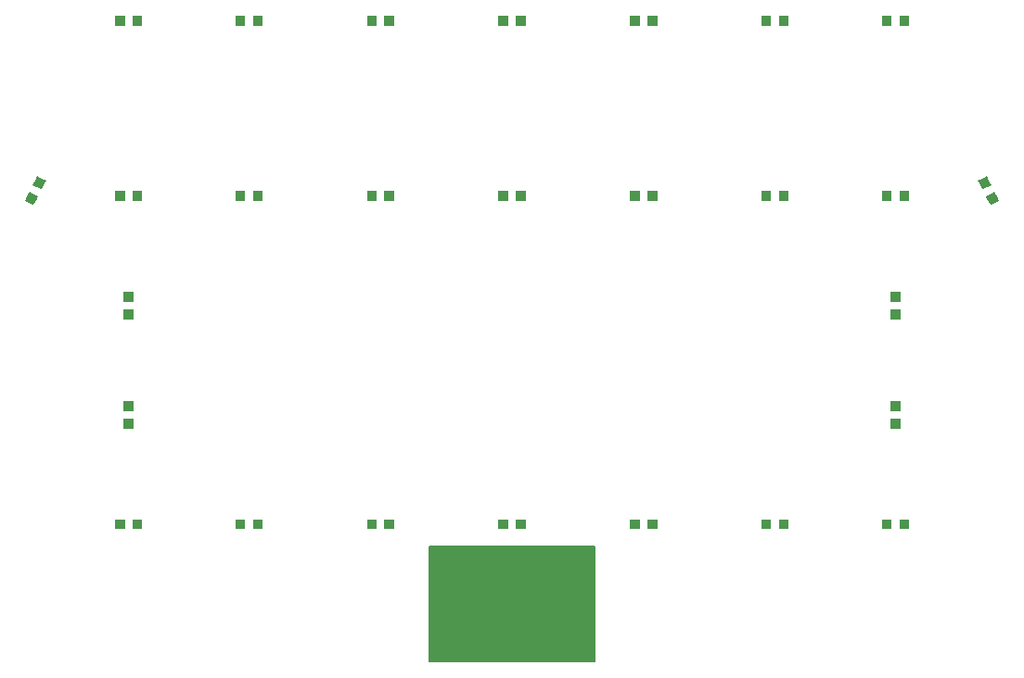
<source format=gts>
G04 #@! TF.GenerationSoftware,KiCad,Pcbnew,(5.0.2)-1*
G04 #@! TF.CreationDate,2020-02-29T00:21:09+09:00*
G04 #@! TF.ProjectId,House,486f7573-652e-46b6-9963-61645f706362,rev?*
G04 #@! TF.SameCoordinates,Original*
G04 #@! TF.FileFunction,Soldermask,Top*
G04 #@! TF.FilePolarity,Negative*
%FSLAX46Y46*%
G04 Gerber Fmt 4.6, Leading zero omitted, Abs format (unit mm)*
G04 Created by KiCad (PCBNEW (5.0.2)-1) date 2020/02/29 0:21:09*
%MOMM*%
%LPD*%
G01*
G04 APERTURE LIST*
%ADD10C,0.150000*%
%ADD11C,0.100000*%
G04 APERTURE END LIST*
D10*
G36*
X140000000Y-100000000D02*
X155000000Y-100000000D01*
X155000000Y-110500000D01*
X140000000Y-110500000D01*
X140000000Y-100000000D01*
G37*
X140000000Y-100000000D02*
X155000000Y-100000000D01*
X155000000Y-110500000D01*
X140000000Y-110500000D01*
X140000000Y-100000000D01*
D11*
G36*
X153366000Y-110496000D02*
X151794000Y-110496000D01*
X151794000Y-101504000D01*
X153366000Y-101504000D01*
X153366000Y-110496000D01*
X153366000Y-110496000D01*
G37*
G36*
X148286000Y-110496000D02*
X146714000Y-110496000D01*
X146714000Y-101504000D01*
X148286000Y-101504000D01*
X148286000Y-110496000D01*
X148286000Y-110496000D01*
G37*
G36*
X145746000Y-110496000D02*
X144174000Y-110496000D01*
X144174000Y-101504000D01*
X145746000Y-101504000D01*
X145746000Y-110496000D01*
X145746000Y-110496000D01*
G37*
G36*
X143206000Y-110496000D02*
X141634000Y-110496000D01*
X141634000Y-101504000D01*
X143206000Y-101504000D01*
X143206000Y-110496000D01*
X143206000Y-110496000D01*
G37*
G36*
X150826000Y-110496000D02*
X149254000Y-110496000D01*
X149254000Y-101504000D01*
X150826000Y-101504000D01*
X150826000Y-110496000D01*
X150826000Y-110496000D01*
G37*
G36*
X124751000Y-98451000D02*
X123849000Y-98451000D01*
X123849000Y-97549000D01*
X124751000Y-97549000D01*
X124751000Y-98451000D01*
X124751000Y-98451000D01*
G37*
G36*
X123151000Y-98451000D02*
X122249000Y-98451000D01*
X122249000Y-97549000D01*
X123151000Y-97549000D01*
X123151000Y-98451000D01*
X123151000Y-98451000D01*
G37*
G36*
X113751000Y-98451000D02*
X112849000Y-98451000D01*
X112849000Y-97549000D01*
X113751000Y-97549000D01*
X113751000Y-98451000D01*
X113751000Y-98451000D01*
G37*
G36*
X112151000Y-98451000D02*
X111249000Y-98451000D01*
X111249000Y-97549000D01*
X112151000Y-97549000D01*
X112151000Y-98451000D01*
X112151000Y-98451000D01*
G37*
G36*
X160751000Y-98451000D02*
X159849000Y-98451000D01*
X159849000Y-97549000D01*
X160751000Y-97549000D01*
X160751000Y-98451000D01*
X160751000Y-98451000D01*
G37*
G36*
X159151000Y-98451000D02*
X158249000Y-98451000D01*
X158249000Y-97549000D01*
X159151000Y-97549000D01*
X159151000Y-98451000D01*
X159151000Y-98451000D01*
G37*
G36*
X148751000Y-98451000D02*
X147849000Y-98451000D01*
X147849000Y-97549000D01*
X148751000Y-97549000D01*
X148751000Y-98451000D01*
X148751000Y-98451000D01*
G37*
G36*
X135151000Y-98451000D02*
X134249000Y-98451000D01*
X134249000Y-97549000D01*
X135151000Y-97549000D01*
X135151000Y-98451000D01*
X135151000Y-98451000D01*
G37*
G36*
X136751000Y-98451000D02*
X135849000Y-98451000D01*
X135849000Y-97549000D01*
X136751000Y-97549000D01*
X136751000Y-98451000D01*
X136751000Y-98451000D01*
G37*
G36*
X182151000Y-98451000D02*
X181249000Y-98451000D01*
X181249000Y-97549000D01*
X182151000Y-97549000D01*
X182151000Y-98451000D01*
X182151000Y-98451000D01*
G37*
G36*
X171151000Y-98451000D02*
X170249000Y-98451000D01*
X170249000Y-97549000D01*
X171151000Y-97549000D01*
X171151000Y-98451000D01*
X171151000Y-98451000D01*
G37*
G36*
X183751000Y-98451000D02*
X182849000Y-98451000D01*
X182849000Y-97549000D01*
X183751000Y-97549000D01*
X183751000Y-98451000D01*
X183751000Y-98451000D01*
G37*
G36*
X172751000Y-98451000D02*
X171849000Y-98451000D01*
X171849000Y-97549000D01*
X172751000Y-97549000D01*
X172751000Y-98451000D01*
X172751000Y-98451000D01*
G37*
G36*
X147151000Y-98451000D02*
X146249000Y-98451000D01*
X146249000Y-97549000D01*
X147151000Y-97549000D01*
X147151000Y-98451000D01*
X147151000Y-98451000D01*
G37*
G36*
X112951000Y-89251000D02*
X112049000Y-89251000D01*
X112049000Y-88349000D01*
X112951000Y-88349000D01*
X112951000Y-89251000D01*
X112951000Y-89251000D01*
G37*
G36*
X182951000Y-89251000D02*
X182049000Y-89251000D01*
X182049000Y-88349000D01*
X182951000Y-88349000D01*
X182951000Y-89251000D01*
X182951000Y-89251000D01*
G37*
G36*
X182951000Y-87651000D02*
X182049000Y-87651000D01*
X182049000Y-86749000D01*
X182951000Y-86749000D01*
X182951000Y-87651000D01*
X182951000Y-87651000D01*
G37*
G36*
X112951000Y-87651000D02*
X112049000Y-87651000D01*
X112049000Y-86749000D01*
X112951000Y-86749000D01*
X112951000Y-87651000D01*
X112951000Y-87651000D01*
G37*
G36*
X112951000Y-79251000D02*
X112049000Y-79251000D01*
X112049000Y-78349000D01*
X112951000Y-78349000D01*
X112951000Y-79251000D01*
X112951000Y-79251000D01*
G37*
G36*
X182951000Y-79251000D02*
X182049000Y-79251000D01*
X182049000Y-78349000D01*
X182951000Y-78349000D01*
X182951000Y-79251000D01*
X182951000Y-79251000D01*
G37*
G36*
X112951000Y-77651000D02*
X112049000Y-77651000D01*
X112049000Y-76749000D01*
X112951000Y-76749000D01*
X112951000Y-77651000D01*
X112951000Y-77651000D01*
G37*
G36*
X182951000Y-77651000D02*
X182049000Y-77651000D01*
X182049000Y-76749000D01*
X182951000Y-76749000D01*
X182951000Y-77651000D01*
X182951000Y-77651000D01*
G37*
G36*
X191761778Y-68013998D02*
X191963410Y-68416647D01*
X191963410Y-68416648D01*
X191425998Y-68685763D01*
X191156883Y-68820526D01*
X191156882Y-68820526D01*
X190887767Y-68283114D01*
X190753004Y-68013999D01*
X190753004Y-68013998D01*
X191290416Y-67744883D01*
X191559531Y-67610120D01*
X191559532Y-67610120D01*
X191761778Y-68013998D01*
X191761778Y-68013998D01*
G37*
G36*
X103709584Y-67744883D02*
X104246996Y-68013998D01*
X104246996Y-68013999D01*
X104112233Y-68283114D01*
X103843118Y-68820526D01*
X103843117Y-68820526D01*
X103574002Y-68685763D01*
X103036590Y-68416648D01*
X103036590Y-68416647D01*
X103238222Y-68013998D01*
X103440468Y-67610120D01*
X103440469Y-67610120D01*
X103709584Y-67744883D01*
X103709584Y-67744883D01*
G37*
G36*
X112151000Y-68451000D02*
X111249000Y-68451000D01*
X111249000Y-67549000D01*
X112151000Y-67549000D01*
X112151000Y-68451000D01*
X112151000Y-68451000D01*
G37*
G36*
X147151000Y-68451000D02*
X146249000Y-68451000D01*
X146249000Y-67549000D01*
X147151000Y-67549000D01*
X147151000Y-68451000D01*
X147151000Y-68451000D01*
G37*
G36*
X148751000Y-68451000D02*
X147849000Y-68451000D01*
X147849000Y-67549000D01*
X148751000Y-67549000D01*
X148751000Y-68451000D01*
X148751000Y-68451000D01*
G37*
G36*
X160751000Y-68451000D02*
X159849000Y-68451000D01*
X159849000Y-67549000D01*
X160751000Y-67549000D01*
X160751000Y-68451000D01*
X160751000Y-68451000D01*
G37*
G36*
X159151000Y-68451000D02*
X158249000Y-68451000D01*
X158249000Y-67549000D01*
X159151000Y-67549000D01*
X159151000Y-68451000D01*
X159151000Y-68451000D01*
G37*
G36*
X171151000Y-68451000D02*
X170249000Y-68451000D01*
X170249000Y-67549000D01*
X171151000Y-67549000D01*
X171151000Y-68451000D01*
X171151000Y-68451000D01*
G37*
G36*
X172751000Y-68451000D02*
X171849000Y-68451000D01*
X171849000Y-67549000D01*
X172751000Y-67549000D01*
X172751000Y-68451000D01*
X172751000Y-68451000D01*
G37*
G36*
X182151000Y-68451000D02*
X181249000Y-68451000D01*
X181249000Y-67549000D01*
X182151000Y-67549000D01*
X182151000Y-68451000D01*
X182151000Y-68451000D01*
G37*
G36*
X136751000Y-68451000D02*
X135849000Y-68451000D01*
X135849000Y-67549000D01*
X136751000Y-67549000D01*
X136751000Y-68451000D01*
X136751000Y-68451000D01*
G37*
G36*
X135151000Y-68451000D02*
X134249000Y-68451000D01*
X134249000Y-67549000D01*
X135151000Y-67549000D01*
X135151000Y-68451000D01*
X135151000Y-68451000D01*
G37*
G36*
X124751000Y-68451000D02*
X123849000Y-68451000D01*
X123849000Y-67549000D01*
X124751000Y-67549000D01*
X124751000Y-68451000D01*
X124751000Y-68451000D01*
G37*
G36*
X123151000Y-68451000D02*
X122249000Y-68451000D01*
X122249000Y-67549000D01*
X123151000Y-67549000D01*
X123151000Y-68451000D01*
X123151000Y-68451000D01*
G37*
G36*
X113751000Y-68451000D02*
X112849000Y-68451000D01*
X112849000Y-67549000D01*
X113751000Y-67549000D01*
X113751000Y-68451000D01*
X113751000Y-68451000D01*
G37*
G36*
X183751000Y-68451000D02*
X182849000Y-68451000D01*
X182849000Y-67549000D01*
X183751000Y-67549000D01*
X183751000Y-68451000D01*
X183751000Y-68451000D01*
G37*
G36*
X104425998Y-66314237D02*
X104963410Y-66583352D01*
X104963410Y-66583353D01*
X104828647Y-66852468D01*
X104559532Y-67389880D01*
X104559531Y-67389880D01*
X104290416Y-67255117D01*
X103753004Y-66986002D01*
X103753004Y-66986001D01*
X103954636Y-66583352D01*
X104156882Y-66179474D01*
X104156883Y-66179474D01*
X104425998Y-66314237D01*
X104425998Y-66314237D01*
G37*
G36*
X191045364Y-66583352D02*
X191246996Y-66986001D01*
X191246996Y-66986002D01*
X190709584Y-67255117D01*
X190440469Y-67389880D01*
X190440468Y-67389880D01*
X190171353Y-66852468D01*
X190036590Y-66583353D01*
X190036590Y-66583352D01*
X190574002Y-66314237D01*
X190843117Y-66179474D01*
X190843118Y-66179474D01*
X191045364Y-66583352D01*
X191045364Y-66583352D01*
G37*
G36*
X183751000Y-52451000D02*
X182849000Y-52451000D01*
X182849000Y-51549000D01*
X183751000Y-51549000D01*
X183751000Y-52451000D01*
X183751000Y-52451000D01*
G37*
G36*
X182151000Y-52451000D02*
X181249000Y-52451000D01*
X181249000Y-51549000D01*
X182151000Y-51549000D01*
X182151000Y-52451000D01*
X182151000Y-52451000D01*
G37*
G36*
X172751000Y-52451000D02*
X171849000Y-52451000D01*
X171849000Y-51549000D01*
X172751000Y-51549000D01*
X172751000Y-52451000D01*
X172751000Y-52451000D01*
G37*
G36*
X171151000Y-52451000D02*
X170249000Y-52451000D01*
X170249000Y-51549000D01*
X171151000Y-51549000D01*
X171151000Y-52451000D01*
X171151000Y-52451000D01*
G37*
G36*
X160751000Y-52451000D02*
X159849000Y-52451000D01*
X159849000Y-51549000D01*
X160751000Y-51549000D01*
X160751000Y-52451000D01*
X160751000Y-52451000D01*
G37*
G36*
X159151000Y-52451000D02*
X158249000Y-52451000D01*
X158249000Y-51549000D01*
X159151000Y-51549000D01*
X159151000Y-52451000D01*
X159151000Y-52451000D01*
G37*
G36*
X148751000Y-52451000D02*
X147849000Y-52451000D01*
X147849000Y-51549000D01*
X148751000Y-51549000D01*
X148751000Y-52451000D01*
X148751000Y-52451000D01*
G37*
G36*
X147151000Y-52451000D02*
X146249000Y-52451000D01*
X146249000Y-51549000D01*
X147151000Y-51549000D01*
X147151000Y-52451000D01*
X147151000Y-52451000D01*
G37*
G36*
X136751000Y-52451000D02*
X135849000Y-52451000D01*
X135849000Y-51549000D01*
X136751000Y-51549000D01*
X136751000Y-52451000D01*
X136751000Y-52451000D01*
G37*
G36*
X135151000Y-52451000D02*
X134249000Y-52451000D01*
X134249000Y-51549000D01*
X135151000Y-51549000D01*
X135151000Y-52451000D01*
X135151000Y-52451000D01*
G37*
G36*
X124751000Y-52451000D02*
X123849000Y-52451000D01*
X123849000Y-51549000D01*
X124751000Y-51549000D01*
X124751000Y-52451000D01*
X124751000Y-52451000D01*
G37*
G36*
X123151000Y-52451000D02*
X122249000Y-52451000D01*
X122249000Y-51549000D01*
X123151000Y-51549000D01*
X123151000Y-52451000D01*
X123151000Y-52451000D01*
G37*
G36*
X113751000Y-52451000D02*
X112849000Y-52451000D01*
X112849000Y-51549000D01*
X113751000Y-51549000D01*
X113751000Y-52451000D01*
X113751000Y-52451000D01*
G37*
G36*
X112151000Y-52451000D02*
X111249000Y-52451000D01*
X111249000Y-51549000D01*
X112151000Y-51549000D01*
X112151000Y-52451000D01*
X112151000Y-52451000D01*
G37*
M02*

</source>
